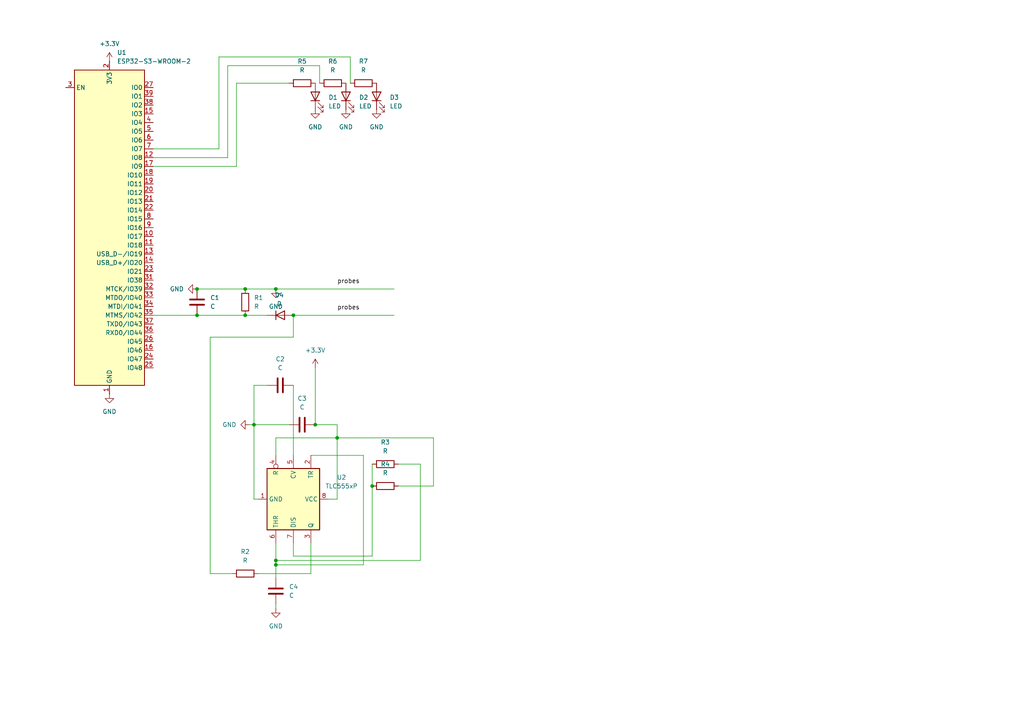
<source format=kicad_sch>
(kicad_sch (version 20231120) (generator "eeschema") (generator_version "8.0")
  (paper "A4")
  (lib_symbols
    (symbol "Device:C" (pin_numbers hide) (pin_names (offset 0.254))
      (property "Reference" "C" (at 0.635 2.54 0))
      (property "Value" "C" (at 0.635 -2.54 0))
      (symbol "C_0_1"
        (polyline (pts (xy -2.032 -0.762) (xy 2.032 -0.762)) (stroke (width 0.508)))
        (polyline (pts (xy -2.032 0.762) (xy 2.032 0.762)) (stroke (width 0.508)))
      )
      (symbol "C_1_1"
        (pin passive line (at 0 3.81 270) (length 2.794) (name "~") (number "1"))
        (pin passive line (at 0 -3.81 90) (length 2.794) (name "~") (number "2"))
      )
    )
    (symbol "Device:D" (pin_numbers hide) (pin_names (offset 1.016) hide)
      (property "Reference" "D" (at 0 2.54 0))
      (property "Value" "D" (at 0 -2.54 0))
      (symbol "D_0_1"
        (polyline (pts (xy -1.27 1.27) (xy -1.27 -1.27)) (stroke (width 0.254)))
        (polyline (pts (xy 1.27 0) (xy -1.27 0)))
        (polyline (pts (xy 1.27 1.27) (xy 1.27 -1.27) (xy -1.27 0) (xy 1.27 1.27)) (stroke (width 0.254)))
      )
      (symbol "D_1_1"
        (pin passive line (at -3.81 0 0) (length 2.54) (name "K") (number "1"))
        (pin passive line (at 3.81 0 180) (length 2.54) (name "A") (number "2"))
      )
    )
    (symbol "Device:LED" (pin_numbers hide) (pin_names (offset 1.016) hide)
      (property "Reference" "D" (at 0 2.54 0))
      (property "Value" "LED" (at 0 -2.54 0))
      (symbol "LED_0_1"
        (polyline (pts (xy -1.27 -1.27) (xy -1.27 1.27)) (stroke (width 0.254)))
        (polyline (pts (xy -1.27 0) (xy 1.27 0)))
        (polyline (pts (xy 1.27 -1.27) (xy 1.27 1.27) (xy -1.27 0) (xy 1.27 -1.27)) (stroke (width 0.254)))
        (polyline (pts (xy -3.048 -0.762) (xy -4.572 -2.286) (xy -3.81 -2.286) (xy -4.572 -2.286) (xy -4.572 -1.524)))
        (polyline (pts (xy -1.778 -0.762) (xy -3.302 -2.286) (xy -2.54 -2.286) (xy -3.302 -2.286) (xy -3.302 -1.524)))
      )
      (symbol "LED_1_1"
        (pin passive line (at -3.81 0 0) (length 2.54) (name "K") (number "1"))
        (pin passive line (at 3.81 0 180) (length 2.54) (name "A") (number "2"))
      )
    )
    (symbol "Device:R" (pin_numbers hide) (pin_names (offset 0))
      (property "Reference" "R" (at 2.032 0 90))
      (property "Value" "R" (at 0 0 90))
      (symbol "R_0_1"
        (rectangle (start -1.016 -2.54) (end 1.016 2.54) (stroke (width 0.254)))
      )
      (symbol "R_1_1"
        (pin passive line (at 0 3.81 270) (length 1.27) (name "~") (number "1"))
        (pin passive line (at 0 -3.81 90) (length 1.27) (name "~") (number "2"))
      )
    )
    (symbol "RF_Module:ESP32-S3-WROOM-2"
      (property "Reference" "U" (at -10.16 45.72 0))
      (property "Value" "ESP32-S3-WROOM-2" (at 2.54 45.72 0))
      (symbol "ESP32-S3-WROOM-2_0_1"
        (rectangle (start -10.16 45.72) (end 10.16 -45.72) (stroke (width 0.254)) (fill (type background)))
      )
      (symbol "ESP32-S3-WROOM-2_1_1"
        (pin power_in line (at 0 -48.26 90) (length 2.54) (name "GND") (number "1"))
        (pin bidirectional line (at 12.7 -2.54 180) (length 2.54) (name "IO17") (number "10"))
        (pin bidirectional line (at 12.7 -5.08 180) (length 2.54) (name "IO18") (number "11"))
        (pin bidirectional line (at 12.7 20.32 180) (length 2.54) (name "IO8") (number "12"))
        (pin bidirectional line (at 12.7 -7.62 180) (length 2.54) (name "USB_D-/IO19") (number "13"))
        (pin bidirectional line (at 12.7 -10.16 180) (length 2.54) (name "USB_D+/IO20") (number "14"))
        (pin bidirectional line (at 12.7 33.02 180) (length 2.54) (name "IO3") (number "15"))
        (pin bidirectional line (at 12.7 -35.56 180) (length 2.54) (name "IO46") (number "16"))
        (pin bidirectional line (at 12.7 17.78 180) (length 2.54) (name "IO9") (number "17"))
        (pin bidirectional line (at 12.7 15.24 180) (length 2.54) (name "IO10") (number "18"))
        (pin bidirectional line (at 12.7 12.7 180) (length 2.54) (name "IO11") (number "19"))
        (pin power_in line (at 0 48.26 270) (length 2.54) (name "3V3") (number "2"))
        (pin bidirectional line (at 12.7 10.16 180) (length 2.54) (name "IO12") (number "20"))
        (pin bidirectional line (at 12.7 7.62 180) (length 2.54) (name "IO13") (number "21"))
        (pin bidirectional line (at 12.7 5.08 180) (length 2.54) (name "IO14") (number "22"))
        (pin bidirectional line (at 12.7 -12.7 180) (length 2.54) (name "IO21") (number "23"))
        (pin bidirectional line (at 12.7 -38.1 180) (length 2.54) (name "IO47") (number "24"))
        (pin bidirectional line (at 12.7 -40.64 180) (length 2.54) (name "IO48") (number "25"))
        (pin bidirectional line (at 12.7 -33.02 180) (length 2.54) (name "IO45") (number "26"))
        (pin bidirectional line (at 12.7 40.64 180) (length 2.54) (name "IO0") (number "27"))
        (pin no_connect line (at -10.16 -35.56 0) (length 2.54) hide (name "NC") (number "28"))
        (pin no_connect line (at -10.16 -38.1 0) (length 2.54) hide (name "NC") (number "29"))
        (pin input line (at -12.7 40.64 0) (length 2.54) (name "EN") (number "3"))
        (pin no_connect line (at -10.16 -40.64 0) (length 2.54) hide (name "NC") (number "30"))
        (pin bidirectional line (at 12.7 -15.24 180) (length 2.54) (name "IO38") (number "31"))
        (pin bidirectional line (at 12.7 -17.78 180) (length 2.54) (name "MTCK/IO39") (number "32"))
        (pin bidirectional line (at 12.7 -20.32 180) (length 2.54) (name "MTDO/IO40") (number "33"))
        (pin bidirectional line (at 12.7 -22.86 180) (length 2.54) (name "MTDI/IO41") (number "34"))
        (pin bidirectional line (at 12.7 -25.4 180) (length 2.54) (name "MTMS/IO42") (number "35"))
        (pin bidirectional line (at 12.7 -30.48 180) (length 2.54) (name "RXD0/IO44") (number "36"))
        (pin bidirectional line (at 12.7 -27.94 180) (length 2.54) (name "TXD0/IO43") (number "37"))
        (pin bidirectional line (at 12.7 35.56 180) (length 2.54) (name "IO2") (number "38"))
        (pin bidirectional line (at 12.7 38.1 180) (length 2.54) (name "IO1") (number "39"))
        (pin bidirectional line (at 12.7 30.48 180) (length 2.54) (name "IO4") (number "4"))
        (pin passive line (at 0 -48.26 90) (length 2.54) hide (name "GND") (number "40"))
        (pin passive line (at 0 -48.26 90) (length 2.54) hide (name "GND") (number "41"))
        (pin bidirectional line (at 12.7 27.94 180) (length 2.54) (name "IO5") (number "5"))
        (pin bidirectional line (at 12.7 25.4 180) (length 2.54) (name "IO6") (number "6"))
        (pin bidirectional line (at 12.7 22.86 180) (length 2.54) (name "IO7") (number "7"))
        (pin bidirectional line (at 12.7 2.54 180) (length 2.54) (name "IO15") (number "8"))
        (pin bidirectional line (at 12.7 0 180) (length 2.54) (name "IO16") (number "9"))
      )
    )
    (symbol "Timer:TLC555xP"
      (property "Reference" "U" (at -10.16 8.89 0))
      (property "Value" "TLC555xP" (at 2.54 8.89 0))
      (symbol "TLC555xP_0_0"
        (pin power_in line (at 0 -10.16 90) (length 2.54) (name "GND") (number "1"))
        (pin power_in line (at 0 10.16 270) (length 2.54) (name "VCC") (number "8"))
      )
      (symbol "TLC555xP_0_1"
        (rectangle (start -8.89 -7.62) (end 8.89 7.62) (stroke (width 0.254)) (fill (type background)))
        (rectangle (start -8.89 -7.62) (end 8.89 7.62) (stroke (width 0.254)) (fill (type background)))
      )
      (symbol "TLC555xP_1_1"
        (pin input line (at -12.7 5.08 0) (length 3.81) (name "TR") (number "2"))
        (pin output line (at 12.7 5.08 180) (length 3.81) (name "Q") (number "3"))
        (pin input inverted (at -12.7 -5.08 0) (length 3.81) (name "R") (number "4"))
        (pin input line (at -12.7 0 0) (length 3.81) (name "CV") (number "5"))
        (pin input line (at 12.7 -5.08 180) (length 3.81) (name "THR") (number "6"))
        (pin input line (at 12.7 0 180) (length 3.81) (name "DIS") (number "7"))
      )
    )
    (symbol "power:+3.3V" (power) (pin_numbers hide) (pin_names (offset 0) hide)
      (property "Value" "+3.3V" (at 0 3.556 0))
      (symbol "+3.3V_0_1"
        (polyline (pts (xy -0.762 1.27) (xy 0 2.54)))
        (polyline (pts (xy 0 0) (xy 0 2.54)))
        (polyline (pts (xy 0 2.54) (xy 0.762 1.27)))
      )
      (symbol "+3.3V_1_1"
        (pin power_in line (at 0 0 90) (length 0) (name "~") (number "1"))
      )
    )
    (symbol "power:GND" (power) (pin_numbers hide) (pin_names (offset 0) hide)
      (property "Value" "GND" (at 0 -3.81 0))
      (symbol "GND_0_1"
        (polyline (pts (xy 0 0) (xy 0 -1.27) (xy 1.27 -1.27) (xy 0 -2.54) (xy -1.27 -1.27) (xy 0 -1.27)))
      )
      (symbol "GND_1_1"
        (pin power_in line (at 0 0 270) (length 0) (name "~") (number "1"))
      )
    )
  )
  (junction (at 85.09 91.44))
  (junction (at 57.15 83.82))
  (junction (at 80.01 83.82))
  (junction (at 80.01 163.83))
  (junction (at 91.44 123.19))
  (junction (at 107.95 140.97))
  (junction (at 73.66 123.19))
  (junction (at 80.01 162.56))
  (junction (at 57.15 91.44))
  (junction (at 97.79 127))
  (junction (at 71.12 83.82))
  (junction (at 71.12 91.44))
  (wire (pts (xy 63.5 16.51) (xy 101.6 16.51)))
  (wire (pts (xy 68.58 24.13) (xy 68.58 48.26)))
  (wire (pts (xy 97.79 144.78) (xy 95.25 144.78)))
  (wire (pts (xy 107.95 134.62) (xy 107.95 140.97)))
  (wire (pts (xy 60.96 166.37) (xy 60.96 97.79)))
  (wire (pts (xy 125.73 140.97) (xy 115.57 140.97)))
  (wire (pts (xy 121.92 134.62) (xy 115.57 134.62)))
  (wire (pts (xy 80.01 175.26) (xy 80.01 176.53)))
  (wire (pts (xy 105.41 132.08) (xy 90.17 132.08)))
  (wire (pts (xy 63.5 43.18) (xy 44.45 43.18)))
  (wire (pts (xy 83.82 24.13) (xy 68.58 24.13)))
  (wire (pts (xy 85.09 97.79) (xy 85.09 91.44)))
  (wire (pts (xy 105.41 163.83) (xy 105.41 132.08)))
  (wire (pts (xy 85.09 91.44) (xy 114.3 91.44)))
  (wire (pts (xy 125.73 127) (xy 125.73 140.97)))
  (wire (pts (xy 72.39 123.19) (xy 73.66 123.19)))
  (wire (pts (xy 107.95 161.29) (xy 85.09 161.29)))
  (wire (pts (xy 57.15 83.82) (xy 71.12 83.82)))
  (wire (pts (xy 80.01 132.08) (xy 80.01 127)))
  (wire (pts (xy 101.6 24.13) (xy 101.6 16.51)))
  (wire (pts (xy 77.47 91.44) (xy 71.12 91.44)))
  (wire (pts (xy 73.66 123.19) (xy 83.82 123.19)))
  (wire (pts (xy 80.01 127) (xy 97.79 127)))
  (wire (pts (xy 74.93 166.37) (xy 90.17 166.37)))
  (wire (pts (xy 44.45 91.44) (xy 57.15 91.44)))
  (wire (pts (xy 73.66 111.76) (xy 73.66 123.19)))
  (wire (pts (xy 80.01 157.48) (xy 80.01 162.56)))
  (wire (pts (xy 80.01 83.82) (xy 114.3 83.82)))
  (wire (pts (xy 73.66 123.19) (xy 73.66 144.78)))
  (wire (pts (xy 67.31 166.37) (xy 60.96 166.37)))
  (wire (pts (xy 97.79 123.19) (xy 97.79 127)))
  (wire (pts (xy 60.96 97.79) (xy 85.09 97.79)))
  (wire (pts (xy 66.04 19.05) (xy 92.71 19.05)))
  (wire (pts (xy 107.95 140.97) (xy 107.95 161.29)))
  (wire (pts (xy 77.47 111.76) (xy 73.66 111.76)))
  (wire (pts (xy 85.09 161.29) (xy 85.09 157.48)))
  (wire (pts (xy 73.66 144.78) (xy 74.93 144.78)))
  (wire (pts (xy 80.01 162.56) (xy 121.92 162.56)))
  (wire (pts (xy 92.71 24.13) (xy 92.71 19.05)))
  (wire (pts (xy 63.5 16.51) (xy 63.5 43.18)))
  (wire (pts (xy 66.04 19.05) (xy 66.04 45.72)))
  (wire (pts (xy 90.17 166.37) (xy 90.17 157.48)))
  (wire (pts (xy 66.04 45.72) (xy 44.45 45.72)))
  (wire (pts (xy 80.01 163.83) (xy 105.41 163.83)))
  (wire (pts (xy 80.01 162.56) (xy 80.01 163.83)))
  (wire (pts (xy 97.79 127) (xy 97.79 144.78)))
  (wire (pts (xy 71.12 83.82) (xy 80.01 83.82)))
  (wire (pts (xy 97.79 127) (xy 125.73 127)))
  (wire (pts (xy 91.44 106.68) (xy 91.44 123.19)))
  (wire (pts (xy 57.15 91.44) (xy 71.12 91.44)))
  (wire (pts (xy 80.01 163.83) (xy 80.01 167.64)))
  (wire (pts (xy 68.58 48.26) (xy 44.45 48.26)))
  (wire (pts (xy 91.44 123.19) (xy 97.79 123.19)))
  (wire (pts (xy 121.92 162.56) (xy 121.92 134.62)))
  (wire (pts (xy 85.09 111.76) (xy 85.09 132.08)))
  (label "probes" (at 97.79 90.17 0))
  (label "probes" (at 97.79 82.55 0))
  (symbol (lib_id "Device:R") (at 96.52 24.13 90) (unit 1)
    (property "Reference" "R6" (at 96.52 17.78 90))
    (property "Value" "R" (at 96.52 20.32 90))
    (property "Description" "Resistor" (effects (hide yes)))
  )
  (symbol (lib_id "Device:R") (at 87.63 24.13 90) (unit 1)
    (property "Reference" "R5" (at 87.63 17.78 90))
    (property "Value" "R" (at 87.63 20.32 90))
    (property "Description" "Resistor" (effects (hide yes)))
  )
  (symbol (lib_id "Device:LED") (at 100.33 27.94 90) (unit 1)
    (property "Reference" "D2" (at 104.14 28.2574 90) (effects (justify right)))
    (property "Value" "LED" (at 104.14 30.7974 90) (effects (justify right)))
    (property "Description" "Light emitting diode" (effects (hide yes)))
  )
  (symbol (lib_id "power:GND") (at 80.01 83.82 0) (unit 1)
    (property "Reference" "#PWR01" (effects (hide yes)))
    (property "Value" "GND" (at 80.01 88.9 0))
    (property "Description" "Power symbol creates a global label with name \"GND\" , ground" (effects (hide yes)))
  )
  (symbol (lib_id "RF_Module:ESP32-S3-WROOM-2") (at 31.75 66.04 0) (unit 1)
    (property "Reference" "U1" (at 33.9441 15.24 0) (effects (justify left)))
    (property "Value" "ESP32-S3-WROOM-2" (at 33.9441 17.78 0) (effects (justify left)))
    (property "Footprint" "RF_Module:ESP32-S3-WROOM-2" (effects (hide yes)))
    (property "Datasheet" "https://www.espressif.com/sites/default/files/documentation/esp32-s3-wroom-2_datasheet_en.pdf" (effects (hide yes)))
    (property "Description" "RF Module, 2.4 GHz, Wi­-Fi, Bluetooth, BLE, ESP32­-S3R8V" (effects (hide yes)))
  )
  (symbol (lib_id "Device:C") (at 57.15 87.63 0) (unit 1)
    (property "Reference" "C1" (at 60.96 86.3599 0) (effects (justify left)))
    (property "Value" "C" (at 60.96 88.8999 0) (effects (justify left)))
    (property "Description" "Unpolarized capacitor" (effects (hide yes)))
  )
  (symbol (lib_id "power:GND") (at 91.44 31.75 0) (unit 1)
    (property "Reference" "#PWR08" (effects (hide yes)))
    (property "Value" "GND" (at 91.44 36.83 0))
    (property "Description" "Power symbol creates a global label with name \"GND\" , ground" (effects (hide yes)))
  )
  (symbol (lib_id "Device:C") (at 87.63 123.19 90) (unit 1)
    (property "Reference" "C3" (at 87.63 115.57 90))
    (property "Value" "C" (at 87.63 118.11 90))
    (property "Description" "Unpolarized capacitor" (effects (hide yes)))
  )
  (symbol (lib_id "power:+3.3V") (at 91.44 106.68 0) (unit 1)
    (property "Reference" "#PWR02" (effects (hide yes)))
    (property "Value" "+3.3V" (at 91.44 101.6 0))
    (property "Description" "Power symbol creates a global label with name \"+3.3V\"" (effects (hide yes)))
  )
  (symbol (lib_id "Device:R") (at 71.12 87.63 0) (unit 1)
    (property "Reference" "R1" (at 73.66 86.3599 0) (effects (justify left)))
    (property "Value" "R" (at 73.66 88.8999 0) (effects (justify left)))
    (property "Description" "Resistor" (effects (hide yes)))
  )
  (symbol (lib_id "power:GND") (at 31.75 114.3 0) (unit 1)
    (property "Reference" "#PWR07" (effects (hide yes)))
    (property "Value" "GND" (at 31.75 119.38 0))
    (property "Description" "Power symbol creates a global label with name \"GND\" , ground" (effects (hide yes)))
  )
  (symbol (lib_id "power:GND") (at 100.33 31.75 0) (unit 1)
    (property "Reference" "#PWR09" (effects (hide yes)))
    (property "Value" "GND" (at 100.33 36.83 0))
    (property "Description" "Power symbol creates a global label with name \"GND\" , ground" (effects (hide yes)))
  )
  (symbol (lib_id "power:GND") (at 72.39 123.19 270) (unit 1)
    (property "Reference" "#PWR04" (effects (hide yes)))
    (property "Value" "GND" (at 68.58 123.1899 90) (effects (justify right)))
    (property "Description" "Power symbol creates a global label with name \"GND\" , ground" (effects (hide yes)))
  )
  (symbol (lib_id "Timer:TLC555xP") (at 85.09 144.78 270) (unit 1)
    (property "Reference" "U2" (at 99.06 138.4614 90))
    (property "Value" "TLC555xP" (at 99.06 141.0014 90))
    (property "Footprint" "Package_DIP:DIP-8_W7.62mm" (effects (hide yes)))
    (property "Datasheet" "http://www.ti.com/lit/ds/symlink/tlc555.pdf" (effects (hide yes)))
    (property "Description" "Single LinCMOS Timer, 555 compatible, PDIP-8" (effects (hide yes)))
  )
  (symbol (lib_id "Device:R") (at 71.12 166.37 90) (unit 1)
    (property "Reference" "R2" (at 71.12 160.02 90))
    (property "Value" "R" (at 71.12 162.56 90))
    (property "Description" "Resistor" (effects (hide yes)))
  )
  (symbol (lib_id "Device:LED") (at 91.44 27.94 90) (unit 1)
    (property "Reference" "D1" (at 95.25 28.2574 90) (effects (justify right)))
    (property "Value" "LED" (at 95.25 30.7974 90) (effects (justify right)))
    (property "Description" "Light emitting diode" (effects (hide yes)))
  )
  (symbol (lib_id "power:+3.3V") (at 31.75 17.78 0) (unit 1)
    (property "Reference" "#PWR05" (effects (hide yes)))
    (property "Value" "+3.3V" (at 31.75 12.7 0))
    (property "Description" "Power symbol creates a global label with name \"+3.3V\"" (effects (hide yes)))
  )
  (symbol (lib_id "power:GND") (at 80.01 176.53 0) (unit 1)
    (property "Reference" "#PWR03" (effects (hide yes)))
    (property "Value" "GND" (at 80.01 181.61 0))
    (property "Description" "Power symbol creates a global label with name \"GND\" , ground" (effects (hide yes)))
  )
  (symbol (lib_id "Device:R") (at 105.41 24.13 90) (unit 1)
    (property "Reference" "R7" (at 105.41 17.78 90))
    (property "Value" "R" (at 105.41 20.32 90))
    (property "Description" "Resistor" (effects (hide yes)))
  )
  (symbol (lib_id "Device:C") (at 80.01 171.45 0) (unit 1)
    (property "Reference" "C4" (at 83.82 170.1799 0) (effects (justify left)))
    (property "Value" "C" (at 83.82 172.7199 0) (effects (justify left)))
    (property "Description" "Unpolarized capacitor" (effects (hide yes)))
  )
  (symbol (lib_id "Device:D") (at 81.28 91.44 0) (unit 1)
    (property "Reference" "D4" (at 81.026 85.598 0))
    (property "Value" "D" (at 81.026 88.138 0))
    (property "Description" "Diode" (effects (hide yes)))
    (property "Sim.Device" "D" (effects (hide yes)))
    (property "Sim.Pins" "1=K 2=A" (effects (hide yes)))
  )
  (symbol (lib_id "power:GND") (at 109.22 31.75 0) (unit 1)
    (property "Reference" "#PWR010" (effects (hide yes)))
    (property "Value" "GND" (at 109.22 36.83 0))
    (property "Description" "Power symbol creates a global label with name \"GND\" , ground" (effects (hide yes)))
  )
  (symbol (lib_id "Device:C") (at 81.28 111.76 270) (unit 1)
    (property "Reference" "C2" (at 81.28 104.14 90))
    (property "Value" "C" (at 81.28 106.68 90))
    (property "Description" "Unpolarized capacitor" (effects (hide yes)))
  )
  (symbol (lib_id "Device:LED") (at 109.22 27.94 90) (unit 1)
    (property "Reference" "D3" (at 113.03 28.2574 90) (effects (justify right)))
    (property "Value" "LED" (at 113.03 30.7974 90) (effects (justify right)))
    (property "Description" "Light emitting diode" (effects (hide yes)))
  )
  (symbol (lib_id "Device:R") (at 111.76 140.97 90) (unit 1)
    (property "Reference" "R4" (at 111.76 134.62 90))
    (property "Value" "R" (at 111.76 137.16 90))
    (property "Description" "Resistor" (effects (hide yes)))
  )
  (symbol (lib_id "power:GND") (at 57.15 83.82 270) (unit 1)
    (property "Reference" "#PWR06" (effects (hide yes)))
    (property "Value" "GND" (at 53.34 83.8199 90) (effects (justify right)))
    (property "Description" "Power symbol creates a global label with name \"GND\" , ground" (effects (hide yes)))
  )
  (symbol (lib_id "Device:R") (at 111.76 134.62 270) (unit 1)
    (property "Reference" "R3" (at 111.76 128.27 90))
    (property "Value" "R" (at 111.76 130.81 90))
    (property "Description" "Resistor" (effects (hide yes)))
  )
)
</source>
